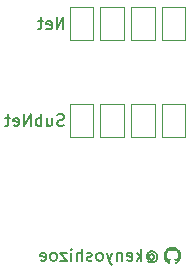
<source format=gbr>
%TF.GenerationSoftware,KiCad,Pcbnew,7.0.6*%
%TF.CreationDate,2024-06-28T04:54:33+09:00*%
%TF.ProjectId,artnet-neopixel,6172746e-6574-42d6-9e65-6f706978656c,rev?*%
%TF.SameCoordinates,Original*%
%TF.FileFunction,Legend,Bot*%
%TF.FilePolarity,Positive*%
%FSLAX46Y46*%
G04 Gerber Fmt 4.6, Leading zero omitted, Abs format (unit mm)*
G04 Created by KiCad (PCBNEW 7.0.6) date 2024-06-28 04:54:33*
%MOMM*%
%LPD*%
G01*
G04 APERTURE LIST*
%ADD10C,0.150000*%
%ADD11C,0.120000*%
%ADD12C,3.250000*%
%ADD13C,1.890000*%
%ADD14R,1.900000X1.900000*%
%ADD15C,1.900000*%
%ADD16C,2.600000*%
%ADD17R,3.000000X3.000000*%
%ADD18C,3.000000*%
%ADD19R,1.500000X2.300000*%
%ADD20O,1.500000X2.300000*%
%ADD21C,6.400000*%
%ADD22R,1.000000X1.000000*%
%ADD23O,1.000000X1.000000*%
%ADD24R,1.500000X1.000000*%
G04 APERTURE END LIST*
D10*
X88544173Y-98978628D02*
X88591792Y-98931009D01*
X88591792Y-98931009D02*
X88687030Y-98883390D01*
X88687030Y-98883390D02*
X88782268Y-98883390D01*
X88782268Y-98883390D02*
X88877506Y-98931009D01*
X88877506Y-98931009D02*
X88925125Y-98978628D01*
X88925125Y-98978628D02*
X88972744Y-99073866D01*
X88972744Y-99073866D02*
X88972744Y-99169104D01*
X88972744Y-99169104D02*
X88925125Y-99264342D01*
X88925125Y-99264342D02*
X88877506Y-99311961D01*
X88877506Y-99311961D02*
X88782268Y-99359580D01*
X88782268Y-99359580D02*
X88687030Y-99359580D01*
X88687030Y-99359580D02*
X88591792Y-99311961D01*
X88591792Y-99311961D02*
X88544173Y-99264342D01*
X88544173Y-98883390D02*
X88544173Y-99264342D01*
X88544173Y-99264342D02*
X88496554Y-99311961D01*
X88496554Y-99311961D02*
X88448935Y-99311961D01*
X88448935Y-99311961D02*
X88353696Y-99264342D01*
X88353696Y-99264342D02*
X88306077Y-99169104D01*
X88306077Y-99169104D02*
X88306077Y-98931009D01*
X88306077Y-98931009D02*
X88401316Y-98788152D01*
X88401316Y-98788152D02*
X88544173Y-98692914D01*
X88544173Y-98692914D02*
X88734649Y-98645295D01*
X88734649Y-98645295D02*
X88925125Y-98692914D01*
X88925125Y-98692914D02*
X89067982Y-98788152D01*
X89067982Y-98788152D02*
X89163220Y-98931009D01*
X89163220Y-98931009D02*
X89210839Y-99121485D01*
X89210839Y-99121485D02*
X89163220Y-99311961D01*
X89163220Y-99311961D02*
X89067982Y-99454819D01*
X89067982Y-99454819D02*
X88925125Y-99550057D01*
X88925125Y-99550057D02*
X88734649Y-99597676D01*
X88734649Y-99597676D02*
X88544173Y-99550057D01*
X88544173Y-99550057D02*
X88401316Y-99454819D01*
X87877506Y-99454819D02*
X87877506Y-98454819D01*
X87782268Y-99073866D02*
X87496554Y-99454819D01*
X87496554Y-98788152D02*
X87877506Y-99169104D01*
X86687030Y-99407200D02*
X86782268Y-99454819D01*
X86782268Y-99454819D02*
X86972744Y-99454819D01*
X86972744Y-99454819D02*
X87067982Y-99407200D01*
X87067982Y-99407200D02*
X87115601Y-99311961D01*
X87115601Y-99311961D02*
X87115601Y-98931009D01*
X87115601Y-98931009D02*
X87067982Y-98835771D01*
X87067982Y-98835771D02*
X86972744Y-98788152D01*
X86972744Y-98788152D02*
X86782268Y-98788152D01*
X86782268Y-98788152D02*
X86687030Y-98835771D01*
X86687030Y-98835771D02*
X86639411Y-98931009D01*
X86639411Y-98931009D02*
X86639411Y-99026247D01*
X86639411Y-99026247D02*
X87115601Y-99121485D01*
X86210839Y-98788152D02*
X86210839Y-99454819D01*
X86210839Y-98883390D02*
X86163220Y-98835771D01*
X86163220Y-98835771D02*
X86067982Y-98788152D01*
X86067982Y-98788152D02*
X85925125Y-98788152D01*
X85925125Y-98788152D02*
X85829887Y-98835771D01*
X85829887Y-98835771D02*
X85782268Y-98931009D01*
X85782268Y-98931009D02*
X85782268Y-99454819D01*
X85401315Y-98788152D02*
X85163220Y-99454819D01*
X84925125Y-98788152D02*
X85163220Y-99454819D01*
X85163220Y-99454819D02*
X85258458Y-99692914D01*
X85258458Y-99692914D02*
X85306077Y-99740533D01*
X85306077Y-99740533D02*
X85401315Y-99788152D01*
X84401315Y-99454819D02*
X84496553Y-99407200D01*
X84496553Y-99407200D02*
X84544172Y-99359580D01*
X84544172Y-99359580D02*
X84591791Y-99264342D01*
X84591791Y-99264342D02*
X84591791Y-98978628D01*
X84591791Y-98978628D02*
X84544172Y-98883390D01*
X84544172Y-98883390D02*
X84496553Y-98835771D01*
X84496553Y-98835771D02*
X84401315Y-98788152D01*
X84401315Y-98788152D02*
X84258458Y-98788152D01*
X84258458Y-98788152D02*
X84163220Y-98835771D01*
X84163220Y-98835771D02*
X84115601Y-98883390D01*
X84115601Y-98883390D02*
X84067982Y-98978628D01*
X84067982Y-98978628D02*
X84067982Y-99264342D01*
X84067982Y-99264342D02*
X84115601Y-99359580D01*
X84115601Y-99359580D02*
X84163220Y-99407200D01*
X84163220Y-99407200D02*
X84258458Y-99454819D01*
X84258458Y-99454819D02*
X84401315Y-99454819D01*
X83687029Y-99407200D02*
X83591791Y-99454819D01*
X83591791Y-99454819D02*
X83401315Y-99454819D01*
X83401315Y-99454819D02*
X83306077Y-99407200D01*
X83306077Y-99407200D02*
X83258458Y-99311961D01*
X83258458Y-99311961D02*
X83258458Y-99264342D01*
X83258458Y-99264342D02*
X83306077Y-99169104D01*
X83306077Y-99169104D02*
X83401315Y-99121485D01*
X83401315Y-99121485D02*
X83544172Y-99121485D01*
X83544172Y-99121485D02*
X83639410Y-99073866D01*
X83639410Y-99073866D02*
X83687029Y-98978628D01*
X83687029Y-98978628D02*
X83687029Y-98931009D01*
X83687029Y-98931009D02*
X83639410Y-98835771D01*
X83639410Y-98835771D02*
X83544172Y-98788152D01*
X83544172Y-98788152D02*
X83401315Y-98788152D01*
X83401315Y-98788152D02*
X83306077Y-98835771D01*
X82829886Y-99454819D02*
X82829886Y-98454819D01*
X82401315Y-99454819D02*
X82401315Y-98931009D01*
X82401315Y-98931009D02*
X82448934Y-98835771D01*
X82448934Y-98835771D02*
X82544172Y-98788152D01*
X82544172Y-98788152D02*
X82687029Y-98788152D01*
X82687029Y-98788152D02*
X82782267Y-98835771D01*
X82782267Y-98835771D02*
X82829886Y-98883390D01*
X81925124Y-99454819D02*
X81925124Y-98788152D01*
X81925124Y-98454819D02*
X81972743Y-98502438D01*
X81972743Y-98502438D02*
X81925124Y-98550057D01*
X81925124Y-98550057D02*
X81877505Y-98502438D01*
X81877505Y-98502438D02*
X81925124Y-98454819D01*
X81925124Y-98454819D02*
X81925124Y-98550057D01*
X81544172Y-98788152D02*
X81020363Y-98788152D01*
X81020363Y-98788152D02*
X81544172Y-99454819D01*
X81544172Y-99454819D02*
X81020363Y-99454819D01*
X80496553Y-99454819D02*
X80591791Y-99407200D01*
X80591791Y-99407200D02*
X80639410Y-99359580D01*
X80639410Y-99359580D02*
X80687029Y-99264342D01*
X80687029Y-99264342D02*
X80687029Y-98978628D01*
X80687029Y-98978628D02*
X80639410Y-98883390D01*
X80639410Y-98883390D02*
X80591791Y-98835771D01*
X80591791Y-98835771D02*
X80496553Y-98788152D01*
X80496553Y-98788152D02*
X80353696Y-98788152D01*
X80353696Y-98788152D02*
X80258458Y-98835771D01*
X80258458Y-98835771D02*
X80210839Y-98883390D01*
X80210839Y-98883390D02*
X80163220Y-98978628D01*
X80163220Y-98978628D02*
X80163220Y-99264342D01*
X80163220Y-99264342D02*
X80210839Y-99359580D01*
X80210839Y-99359580D02*
X80258458Y-99407200D01*
X80258458Y-99407200D02*
X80353696Y-99454819D01*
X80353696Y-99454819D02*
X80496553Y-99454819D01*
X79353696Y-99407200D02*
X79448934Y-99454819D01*
X79448934Y-99454819D02*
X79639410Y-99454819D01*
X79639410Y-99454819D02*
X79734648Y-99407200D01*
X79734648Y-99407200D02*
X79782267Y-99311961D01*
X79782267Y-99311961D02*
X79782267Y-98931009D01*
X79782267Y-98931009D02*
X79734648Y-98835771D01*
X79734648Y-98835771D02*
X79639410Y-98788152D01*
X79639410Y-98788152D02*
X79448934Y-98788152D01*
X79448934Y-98788152D02*
X79353696Y-98835771D01*
X79353696Y-98835771D02*
X79306077Y-98931009D01*
X79306077Y-98931009D02*
X79306077Y-99026247D01*
X79306077Y-99026247D02*
X79782267Y-99121485D01*
X81263220Y-79854819D02*
X81263220Y-78854819D01*
X81263220Y-78854819D02*
X80691792Y-79854819D01*
X80691792Y-79854819D02*
X80691792Y-78854819D01*
X79834649Y-79807200D02*
X79929887Y-79854819D01*
X79929887Y-79854819D02*
X80120363Y-79854819D01*
X80120363Y-79854819D02*
X80215601Y-79807200D01*
X80215601Y-79807200D02*
X80263220Y-79711961D01*
X80263220Y-79711961D02*
X80263220Y-79331009D01*
X80263220Y-79331009D02*
X80215601Y-79235771D01*
X80215601Y-79235771D02*
X80120363Y-79188152D01*
X80120363Y-79188152D02*
X79929887Y-79188152D01*
X79929887Y-79188152D02*
X79834649Y-79235771D01*
X79834649Y-79235771D02*
X79787030Y-79331009D01*
X79787030Y-79331009D02*
X79787030Y-79426247D01*
X79787030Y-79426247D02*
X80263220Y-79521485D01*
X79501315Y-79188152D02*
X79120363Y-79188152D01*
X79358458Y-78854819D02*
X79358458Y-79711961D01*
X79358458Y-79711961D02*
X79310839Y-79807200D01*
X79310839Y-79807200D02*
X79215601Y-79854819D01*
X79215601Y-79854819D02*
X79120363Y-79854819D01*
X81310839Y-88007200D02*
X81167982Y-88054819D01*
X81167982Y-88054819D02*
X80929887Y-88054819D01*
X80929887Y-88054819D02*
X80834649Y-88007200D01*
X80834649Y-88007200D02*
X80787030Y-87959580D01*
X80787030Y-87959580D02*
X80739411Y-87864342D01*
X80739411Y-87864342D02*
X80739411Y-87769104D01*
X80739411Y-87769104D02*
X80787030Y-87673866D01*
X80787030Y-87673866D02*
X80834649Y-87626247D01*
X80834649Y-87626247D02*
X80929887Y-87578628D01*
X80929887Y-87578628D02*
X81120363Y-87531009D01*
X81120363Y-87531009D02*
X81215601Y-87483390D01*
X81215601Y-87483390D02*
X81263220Y-87435771D01*
X81263220Y-87435771D02*
X81310839Y-87340533D01*
X81310839Y-87340533D02*
X81310839Y-87245295D01*
X81310839Y-87245295D02*
X81263220Y-87150057D01*
X81263220Y-87150057D02*
X81215601Y-87102438D01*
X81215601Y-87102438D02*
X81120363Y-87054819D01*
X81120363Y-87054819D02*
X80882268Y-87054819D01*
X80882268Y-87054819D02*
X80739411Y-87102438D01*
X79882268Y-87388152D02*
X79882268Y-88054819D01*
X80310839Y-87388152D02*
X80310839Y-87911961D01*
X80310839Y-87911961D02*
X80263220Y-88007200D01*
X80263220Y-88007200D02*
X80167982Y-88054819D01*
X80167982Y-88054819D02*
X80025125Y-88054819D01*
X80025125Y-88054819D02*
X79929887Y-88007200D01*
X79929887Y-88007200D02*
X79882268Y-87959580D01*
X79406077Y-88054819D02*
X79406077Y-87054819D01*
X79406077Y-87435771D02*
X79310839Y-87388152D01*
X79310839Y-87388152D02*
X79120363Y-87388152D01*
X79120363Y-87388152D02*
X79025125Y-87435771D01*
X79025125Y-87435771D02*
X78977506Y-87483390D01*
X78977506Y-87483390D02*
X78929887Y-87578628D01*
X78929887Y-87578628D02*
X78929887Y-87864342D01*
X78929887Y-87864342D02*
X78977506Y-87959580D01*
X78977506Y-87959580D02*
X79025125Y-88007200D01*
X79025125Y-88007200D02*
X79120363Y-88054819D01*
X79120363Y-88054819D02*
X79310839Y-88054819D01*
X79310839Y-88054819D02*
X79406077Y-88007200D01*
X78501315Y-88054819D02*
X78501315Y-87054819D01*
X78501315Y-87054819D02*
X77929887Y-88054819D01*
X77929887Y-88054819D02*
X77929887Y-87054819D01*
X77072744Y-88007200D02*
X77167982Y-88054819D01*
X77167982Y-88054819D02*
X77358458Y-88054819D01*
X77358458Y-88054819D02*
X77453696Y-88007200D01*
X77453696Y-88007200D02*
X77501315Y-87911961D01*
X77501315Y-87911961D02*
X77501315Y-87531009D01*
X77501315Y-87531009D02*
X77453696Y-87435771D01*
X77453696Y-87435771D02*
X77358458Y-87388152D01*
X77358458Y-87388152D02*
X77167982Y-87388152D01*
X77167982Y-87388152D02*
X77072744Y-87435771D01*
X77072744Y-87435771D02*
X77025125Y-87531009D01*
X77025125Y-87531009D02*
X77025125Y-87626247D01*
X77025125Y-87626247D02*
X77501315Y-87721485D01*
X76739410Y-87388152D02*
X76358458Y-87388152D01*
X76596553Y-87054819D02*
X76596553Y-87911961D01*
X76596553Y-87911961D02*
X76548934Y-88007200D01*
X76548934Y-88007200D02*
X76453696Y-88054819D01*
X76453696Y-88054819D02*
X76358458Y-88054819D01*
%TO.C,G\u002A\u002A\u002A*%
G36*
X90584645Y-98273629D02*
G01*
X90648173Y-98283165D01*
X90709910Y-98297968D01*
X90734313Y-98305461D01*
X90794976Y-98328292D01*
X90853277Y-98356328D01*
X90908905Y-98389332D01*
X90961545Y-98427067D01*
X91010884Y-98469294D01*
X91056610Y-98515778D01*
X91098410Y-98566282D01*
X91135970Y-98620568D01*
X91158201Y-98658290D01*
X91187005Y-98716633D01*
X91210432Y-98777025D01*
X91228430Y-98839189D01*
X91240949Y-98902847D01*
X91247940Y-98967721D01*
X91249350Y-99033533D01*
X91245131Y-99100006D01*
X91235231Y-99166860D01*
X91222077Y-99222678D01*
X91202464Y-99282118D01*
X91177488Y-99340182D01*
X91147396Y-99396412D01*
X91112435Y-99450350D01*
X91072852Y-99501538D01*
X91028895Y-99549517D01*
X91027077Y-99551335D01*
X90978632Y-99595685D01*
X90927252Y-99635017D01*
X90872730Y-99669461D01*
X90814862Y-99699146D01*
X90753443Y-99724204D01*
X90740197Y-99728303D01*
X90722432Y-99730940D01*
X90708193Y-99728963D01*
X90697410Y-99722358D01*
X90690012Y-99711110D01*
X90689271Y-99709186D01*
X90688140Y-99705084D01*
X90687282Y-99699679D01*
X90686678Y-99692318D01*
X90686309Y-99682352D01*
X90686155Y-99669131D01*
X90686197Y-99652002D01*
X90686415Y-99630316D01*
X90686790Y-99603423D01*
X90687518Y-99554925D01*
X90713156Y-99558900D01*
X90726373Y-99560412D01*
X90748832Y-99561411D01*
X90773585Y-99561067D01*
X90798634Y-99559423D01*
X90821977Y-99556522D01*
X90833109Y-99554328D01*
X90858799Y-99546183D01*
X90882463Y-99534446D01*
X90902898Y-99519783D01*
X90918897Y-99502864D01*
X90922761Y-99497164D01*
X90929617Y-99485437D01*
X90936902Y-99471499D01*
X90943572Y-99457279D01*
X90948377Y-99446683D01*
X90963225Y-99418445D01*
X90979074Y-99395114D01*
X90996454Y-99375980D01*
X91015894Y-99360333D01*
X91023135Y-99355071D01*
X91034322Y-99345608D01*
X91043142Y-99336451D01*
X91048735Y-99328541D01*
X91050237Y-99322820D01*
X91048932Y-99319477D01*
X91042388Y-99314327D01*
X91030901Y-99311718D01*
X91014740Y-99311732D01*
X91006785Y-99312653D01*
X90983395Y-99319085D01*
X90960289Y-99330732D01*
X90938122Y-99347139D01*
X90917549Y-99367846D01*
X90899224Y-99392397D01*
X90891462Y-99403845D01*
X90873079Y-99426400D01*
X90853595Y-99443960D01*
X90832387Y-99457129D01*
X90830640Y-99458004D01*
X90822564Y-99461907D01*
X90815871Y-99464527D01*
X90809111Y-99466115D01*
X90800838Y-99466917D01*
X90789601Y-99467184D01*
X90773953Y-99467163D01*
X90756398Y-99466857D01*
X90739897Y-99465787D01*
X90725781Y-99463670D01*
X90712197Y-99460215D01*
X90697290Y-99455131D01*
X90693902Y-99453841D01*
X90688726Y-99451199D01*
X90685465Y-99447433D01*
X90683077Y-99441008D01*
X90680520Y-99430386D01*
X90676822Y-99416551D01*
X90665300Y-99388362D01*
X90649362Y-99363584D01*
X90638016Y-99349230D01*
X90663500Y-99345736D01*
X90691283Y-99341348D01*
X90734953Y-99331635D01*
X90774689Y-99318861D01*
X90811319Y-99302740D01*
X90845669Y-99282988D01*
X90861194Y-99272155D01*
X90888308Y-99248547D01*
X90911743Y-99221190D01*
X90931660Y-99189813D01*
X90948219Y-99154146D01*
X90961579Y-99113917D01*
X90971901Y-99068855D01*
X90972628Y-99064549D01*
X90974616Y-99047436D01*
X90976015Y-99026763D01*
X90976807Y-99004094D01*
X90976974Y-98980992D01*
X90976500Y-98959019D01*
X90975364Y-98939739D01*
X90973551Y-98924715D01*
X90968286Y-98900484D01*
X90955424Y-98862263D01*
X90937574Y-98826715D01*
X90914980Y-98794380D01*
X90901971Y-98778410D01*
X90909321Y-98753694D01*
X90909363Y-98753552D01*
X90912991Y-98739901D01*
X90915255Y-98727133D01*
X90916444Y-98713007D01*
X90916847Y-98695283D01*
X90916758Y-98682356D01*
X90915698Y-98662535D01*
X90913192Y-98644119D01*
X90908891Y-98624870D01*
X90902450Y-98602551D01*
X90899944Y-98594634D01*
X90896779Y-98585904D01*
X90893970Y-98580907D01*
X90890769Y-98578467D01*
X90886427Y-98577410D01*
X90878997Y-98576821D01*
X90860436Y-98578276D01*
X90838278Y-98583176D01*
X90813120Y-98591293D01*
X90785556Y-98602398D01*
X90756180Y-98616262D01*
X90725586Y-98632656D01*
X90694371Y-98651352D01*
X90692220Y-98652504D01*
X90688028Y-98653517D01*
X90681977Y-98653319D01*
X90672795Y-98651825D01*
X90659211Y-98648948D01*
X90659195Y-98648944D01*
X90597885Y-98638005D01*
X90536161Y-98632204D01*
X90474816Y-98631550D01*
X90414642Y-98636050D01*
X90356430Y-98645713D01*
X90349114Y-98647295D01*
X90334376Y-98650440D01*
X90323667Y-98652364D01*
X90315754Y-98652967D01*
X90309402Y-98652153D01*
X90303378Y-98649822D01*
X90296447Y-98645878D01*
X90287374Y-98640220D01*
X90279901Y-98635671D01*
X90249819Y-98618868D01*
X90219062Y-98603881D01*
X90189260Y-98591460D01*
X90162043Y-98582358D01*
X90150018Y-98579673D01*
X90136908Y-98577884D01*
X90124442Y-98577110D01*
X90114308Y-98577454D01*
X90108194Y-98579021D01*
X90107395Y-98579771D01*
X90104239Y-98585522D01*
X90100371Y-98595601D01*
X90096140Y-98608935D01*
X90091896Y-98624451D01*
X90087986Y-98641078D01*
X90086263Y-98650511D01*
X90083958Y-98674411D01*
X90083832Y-98700102D01*
X90085778Y-98725737D01*
X90089688Y-98749472D01*
X90095455Y-98769460D01*
X90095782Y-98770344D01*
X90096813Y-98774921D01*
X90095823Y-98779396D01*
X90092193Y-98785266D01*
X90085303Y-98794031D01*
X90071142Y-98813049D01*
X90051189Y-98847573D01*
X90036227Y-98884937D01*
X90026448Y-98924715D01*
X90026415Y-98924907D01*
X90024427Y-98941594D01*
X90023296Y-98962496D01*
X90022991Y-98986056D01*
X90023481Y-99010719D01*
X90024736Y-99034928D01*
X90026726Y-99057127D01*
X90029419Y-99075760D01*
X90030075Y-99079201D01*
X90038230Y-99113099D01*
X90049102Y-99146153D01*
X90062173Y-99177117D01*
X90076923Y-99204746D01*
X90092833Y-99227795D01*
X90104092Y-99240629D01*
X90127934Y-99262603D01*
X90155947Y-99283096D01*
X90187055Y-99301358D01*
X90220186Y-99316641D01*
X90221744Y-99317257D01*
X90241020Y-99323956D01*
X90264044Y-99330637D01*
X90288905Y-99336820D01*
X90313694Y-99342027D01*
X90336499Y-99345781D01*
X90361983Y-99349230D01*
X90350637Y-99363584D01*
X90343339Y-99373683D01*
X90329398Y-99399438D01*
X90319426Y-99428294D01*
X90319191Y-99429228D01*
X90318028Y-99434919D01*
X90317034Y-99442077D01*
X90316187Y-99451248D01*
X90315461Y-99462985D01*
X90314833Y-99477834D01*
X90314278Y-99496347D01*
X90313774Y-99519071D01*
X90313295Y-99546557D01*
X90312818Y-99579353D01*
X90311016Y-99711884D01*
X90301542Y-99721353D01*
X90295172Y-99726545D01*
X90286643Y-99730173D01*
X90276268Y-99731038D01*
X90263244Y-99729089D01*
X90246771Y-99724273D01*
X90226046Y-99716541D01*
X90221094Y-99714551D01*
X90160004Y-99686768D01*
X90102636Y-99654480D01*
X90048930Y-99617639D01*
X89998827Y-99576197D01*
X89952267Y-99530103D01*
X89909191Y-99479309D01*
X89869539Y-99423766D01*
X89862084Y-99412155D01*
X89830422Y-99356510D01*
X89803988Y-99298515D01*
X89782709Y-99237968D01*
X89766513Y-99174667D01*
X89755326Y-99108410D01*
X89754218Y-99097478D01*
X89753058Y-99078822D01*
X89752263Y-99056753D01*
X89751837Y-99032594D01*
X89751778Y-99007667D01*
X89752087Y-98983297D01*
X89752766Y-98960805D01*
X89753815Y-98941515D01*
X89755235Y-98926751D01*
X89756399Y-98918296D01*
X89767695Y-98855567D01*
X89783345Y-98796090D01*
X89803609Y-98739006D01*
X89828747Y-98683452D01*
X89845424Y-98652104D01*
X89879957Y-98596480D01*
X89918919Y-98544332D01*
X89962006Y-98495913D01*
X90008913Y-98451478D01*
X90059336Y-98411281D01*
X90112969Y-98375578D01*
X90169509Y-98344621D01*
X90228650Y-98318667D01*
X90290089Y-98297968D01*
X90328127Y-98288167D01*
X90391066Y-98276630D01*
X90455316Y-98270362D01*
X90520100Y-98269362D01*
X90584645Y-98273629D01*
G37*
D11*
%TO.C,JP8*%
X83800000Y-86200000D02*
X81800000Y-86200000D01*
X81800000Y-86200000D02*
X81800000Y-89000000D01*
X83800000Y-89000000D02*
X83800000Y-86200000D01*
X81800000Y-89000000D02*
X83800000Y-89000000D01*
%TO.C,JP7*%
X86400000Y-86200000D02*
X84400000Y-86200000D01*
X84400000Y-86200000D02*
X84400000Y-89000000D01*
X86400000Y-89000000D02*
X86400000Y-86200000D01*
X84400000Y-89000000D02*
X86400000Y-89000000D01*
%TO.C,JP3*%
X84400000Y-80800000D02*
X86400000Y-80800000D01*
X86400000Y-80800000D02*
X86400000Y-78000000D01*
X84400000Y-78000000D02*
X84400000Y-80800000D01*
X86400000Y-78000000D02*
X84400000Y-78000000D01*
%TO.C,JP5*%
X91600000Y-86200000D02*
X89600000Y-86200000D01*
X89600000Y-86200000D02*
X89600000Y-89000000D01*
X91600000Y-89000000D02*
X91600000Y-86200000D01*
X89600000Y-89000000D02*
X91600000Y-89000000D01*
%TO.C,JP2*%
X87000000Y-80800000D02*
X89000000Y-80800000D01*
X89000000Y-80800000D02*
X89000000Y-78000000D01*
X87000000Y-78000000D02*
X87000000Y-80800000D01*
X89000000Y-78000000D02*
X87000000Y-78000000D01*
%TO.C,JP4*%
X81800000Y-80800000D02*
X83800000Y-80800000D01*
X83800000Y-80800000D02*
X83800000Y-78000000D01*
X81800000Y-78000000D02*
X81800000Y-80800000D01*
X83800000Y-78000000D02*
X81800000Y-78000000D01*
%TO.C,JP6*%
X89000000Y-86200000D02*
X87000000Y-86200000D01*
X87000000Y-86200000D02*
X87000000Y-89000000D01*
X89000000Y-89000000D02*
X89000000Y-86200000D01*
X87000000Y-89000000D02*
X89000000Y-89000000D01*
%TO.C,JP1*%
X89600000Y-80800000D02*
X91600000Y-80800000D01*
X91600000Y-80800000D02*
X91600000Y-78000000D01*
X89600000Y-78000000D02*
X89600000Y-80800000D01*
X91600000Y-78000000D02*
X89600000Y-78000000D01*
%TD*%
%LPC*%
D12*
%TO.C,J7*%
X75215000Y-60030000D03*
X63785000Y-60030000D03*
D13*
X63175000Y-56650000D03*
X65715000Y-55130000D03*
X73285000Y-56650000D03*
X75825000Y-55130000D03*
D14*
X73945000Y-66370000D03*
D15*
X72675000Y-68910000D03*
X71405000Y-66370000D03*
X70135000Y-68910000D03*
X68865000Y-66370000D03*
X67595000Y-68910000D03*
X66325000Y-66370000D03*
X65055000Y-68910000D03*
D16*
X77275000Y-63080000D03*
X61725000Y-63080000D03*
%TD*%
D17*
%TO.C,J1*%
X88540000Y-54000000D03*
D18*
X83460000Y-54000000D03*
%TD*%
D17*
%TO.C,J4*%
X96000000Y-89080000D03*
D18*
X96000000Y-84000000D03*
X96000000Y-78920000D03*
%TD*%
D17*
%TO.C,J3*%
X96000000Y-71080000D03*
D18*
X96000000Y-66000000D03*
X96000000Y-60920000D03*
%TD*%
D19*
%TO.C,U1*%
X83053000Y-68707500D03*
D20*
X85593000Y-68707500D03*
X88133000Y-68707500D03*
%TD*%
D21*
%TO.C,H1*%
X54500000Y-54500000D03*
%TD*%
D22*
%TO.C,J2*%
X71550000Y-95375000D03*
D23*
X71550000Y-96645000D03*
X70280000Y-95375000D03*
X70280000Y-96645000D03*
X69010000Y-95375000D03*
X69010000Y-96645000D03*
X67740000Y-95375000D03*
X67740000Y-96645000D03*
X66470000Y-95375000D03*
X66470000Y-96645000D03*
%TD*%
D21*
%TO.C,H4*%
X95500000Y-95500000D03*
%TD*%
%TO.C,H3*%
X54500000Y-95500000D03*
%TD*%
%TO.C,H2*%
X95500000Y-54500000D03*
%TD*%
D17*
%TO.C,J5*%
X54000000Y-78920000D03*
D18*
X54000000Y-84000000D03*
X54000000Y-89080000D03*
%TD*%
D17*
%TO.C,J6*%
X54000000Y-60920000D03*
D18*
X54000000Y-66000000D03*
X54000000Y-71080000D03*
%TD*%
D24*
%TO.C,JP8*%
X82800000Y-86950000D03*
X82800000Y-88250000D03*
%TD*%
%TO.C,JP7*%
X85400000Y-86950000D03*
X85400000Y-88250000D03*
%TD*%
%TO.C,JP3*%
X85400000Y-80050000D03*
X85400000Y-78750000D03*
%TD*%
%TO.C,JP5*%
X90600000Y-86950000D03*
X90600000Y-88250000D03*
%TD*%
%TO.C,JP2*%
X88000000Y-80050000D03*
X88000000Y-78750000D03*
%TD*%
%TO.C,JP4*%
X82800000Y-80050000D03*
X82800000Y-78750000D03*
%TD*%
%TO.C,JP6*%
X88000000Y-86950000D03*
X88000000Y-88250000D03*
%TD*%
%TO.C,JP1*%
X90600000Y-80050000D03*
X90600000Y-78750000D03*
%TD*%
%LPD*%
M02*

</source>
